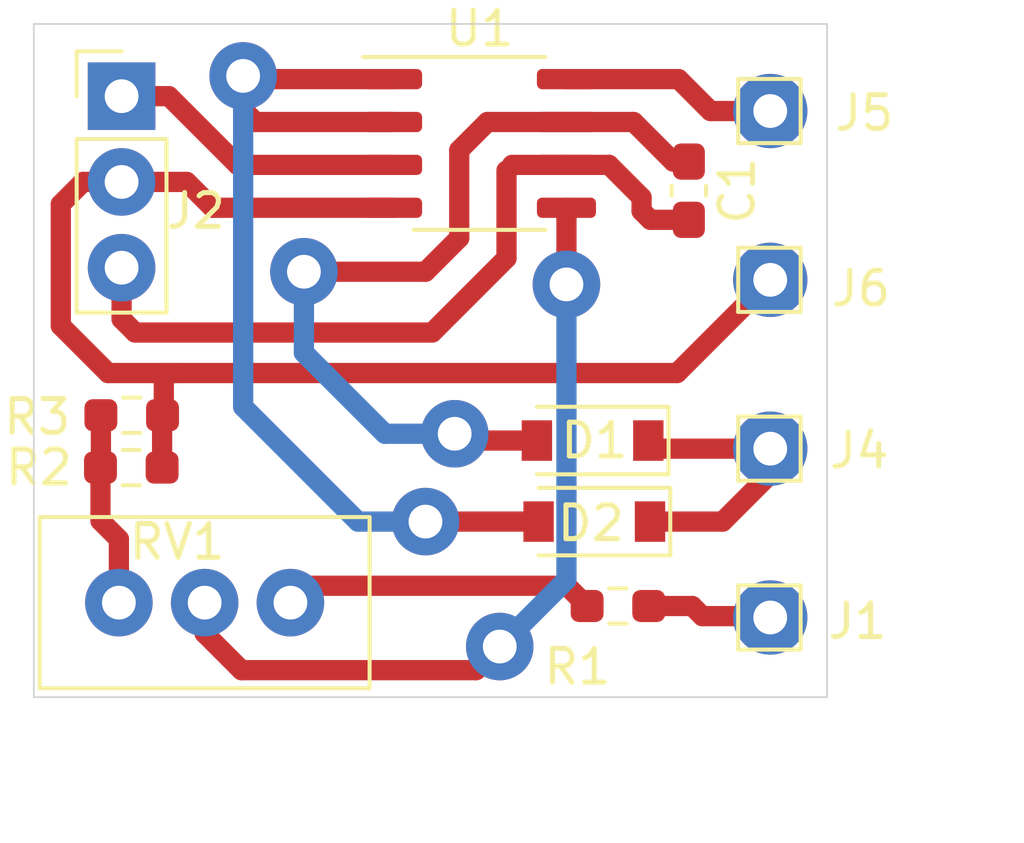
<source format=kicad_pcb>
(kicad_pcb (version 20211014) (generator pcbnew)
  (layers (0 "F.Cu" signal) (31 "B.Cu" signal) (34 "B.Paste" user) (35 "F.Paste" user) (36 "B.SilkS" user "B.Silkscreen") (37 "F.SilkS" user "F.Silkscreen") (38 "B.Mask" user) (39 "F.Mask" user) (44 "Edge.Cuts" user))
  (net 0 "")
  (net 1 "FBout")
  (net 2 "OFFon")
  (net 3 "OUT")
  (net 4 "FBin")
  (net 5 "VCC")
  (net 6 "GND")
  (net 7 "Net-(R1-Pad2)")
  (net 8 "Net-(R2-Pad1)")
  (net 9 "Net-(C1-Pad1)")
  (net 10 "Net-(D2-Pad2)")
  (net 11 "Net-(RV1-Pad2)")
  (footprint "Connector_Pin:Pin_D0.7mm_L6.5mm_W1.8mm_FlatFork" (layer "F.Cu") (at 141.826 84)
    (fp_text reference "J1" (at 2.589 0.11) (layer "F.SilkS"))
    (fp_text value "OUT+")
    (fp_line (start -0.95 0.95) (end 0.9 0.95) (layer "F.SilkS") (width 0.12))
    (fp_line (start 0.9 -0.9) (end 0.9 -0.95) (layer "F.SilkS") (width 0.12))
    (fp_line (start 0.9 0.95) (end 0.9 -0.9) (layer "F.SilkS") (width 0.12))
    (fp_line (start -0.95 -0.95) (end -0.95 0.95) (layer "F.SilkS") (width 0.12))
    (fp_line (start 0.9 -0.95) (end -0.95 -0.95) (layer "F.SilkS") (width 0.12))
    (pad "1" thru_hole circle locked (at 0 0) (size 2.2 2.2) (drill 1) (layers *.Cu *.Mask) (net 3 "OUT"))
  )
  (footprint "Connector_Pin:Pin_D0.7mm_L6.5mm_W1.8mm_FlatFork" (layer "F.Cu") (at 141.826 79)
    (fp_text reference "J4" (at 2.639 0.06) (layer "F.SilkS"))
    (fp_text value "FBout")
    (fp_line (start 0.9 -0.95) (end -0.95 -0.95) (layer "F.SilkS") (width 0.12))
    (fp_line (start -0.95 -0.95) (end -0.95 0.95) (layer "F.SilkS") (width 0.12))
    (fp_line (start -0.95 0.95) (end 0.9 0.95) (layer "F.SilkS") (width 0.12))
    (fp_line (start 0.9 0.95) (end 0.9 -0.9) (layer "F.SilkS") (width 0.12))
    (fp_line (start 0.9 -0.9) (end 0.9 -0.95) (layer "F.SilkS") (width 0.12))
    (pad "1" thru_hole circle locked (at 0 0) (size 2.2 2.2) (drill 1) (layers *.Cu *.Mask) (net 1 "FBout"))
  )
  (footprint "Connector_Pin:Pin_D0.7mm_L6.5mm_W1.8mm_FlatFork" (layer "F.Cu") (at 141.826 69)
    (fp_text reference "J5" (at 2.789 0.06) (layer "F.SilkS"))
    (fp_text value "VCC")
    (fp_line (start 0.9 -0.9) (end 0.9 -0.95) (layer "F.SilkS") (width 0.12))
    (fp_line (start -0.95 -0.95) (end -0.95 0.95) (layer "F.SilkS") (width 0.12))
    (fp_line (start 0.9 -0.95) (end -0.95 -0.95) (layer "F.SilkS") (width 0.12))
    (fp_line (start 0.9 0.95) (end 0.9 -0.9) (layer "F.SilkS") (width 0.12))
    (fp_line (start -0.95 0.95) (end 0.9 0.95) (layer "F.SilkS") (width 0.12))
    (pad "1" thru_hole circle locked (at 0 0) (size 2.2 2.2) (drill 1) (layers *.Cu *.Mask) (net 5 "VCC"))
  )
  (footprint "Connector_Pin:Pin_D0.7mm_L6.5mm_W1.8mm_FlatFork" (layer "F.Cu") (at 141.826 74)
    (fp_text reference "J6" (at 2.689 0.26) (layer "F.SilkS"))
    (fp_text value "GND")
    (fp_line (start -0.95 -0.95) (end -0.95 0.95) (layer "F.SilkS") (width 0.12))
    (fp_line (start -0.95 0.95) (end 0.9 0.95) (layer "F.SilkS") (width 0.12))
    (fp_line (start 0.9 -0.95) (end -0.95 -0.95) (layer "F.SilkS") (width 0.12))
    (fp_line (start 0.9 0.95) (end 0.9 -0.9) (layer "F.SilkS") (width 0.12))
    (fp_line (start 0.9 -0.9) (end 0.9 -0.95) (layer "F.SilkS") (width 0.12))
    (pad "1" thru_hole circle locked (at 0 0) (size 2.2 2.2) (drill 1) (layers *.Cu *.Mask) (net 6 "GND"))
  )
  (footprint "Capacitor_SMD:C_0603_1608Metric_Pad1.08x0.95mm_HandSolder" (layer "F.Cu") (at 139.415 71.36 -90)
    (fp_text reference "C1" (at 0 -1.43 90) (layer "F.SilkS"))
    (fp_text value "150p")
    (fp_line (start -0.146267 0.51) (end 0.146267 0.51) (layer "F.SilkS") (width 0.12))
    (fp_line (start -0.146267 -0.51) (end 0.146267 -0.51) (layer "F.SilkS") (width 0.12))
    (pad "1" smd roundrect locked (at -0.8625 0 270) (size 1.075 0.95) (layers "F.Cu" "F.Paste" "F.Mask") (net 9 "Net-(C1-Pad1)"))
    (pad "2" smd roundrect locked (at 0.8625 0 270) (size 1.075 0.95) (layers "F.Cu" "F.Paste" "F.Mask") (net 4 "FBin"))
  )
  (footprint "Diode_SMD:D_SOD-123" (layer "F.Cu") (at 136.565 78.76 180)
    (fp_text reference "D1" (at -0.05 0) (layer "F.SilkS"))
    (fp_text value "1N4148")
    (fp_line (start -2.25 -1) (end 1.65 -1) (layer "F.SilkS") (width 0.12))
    (fp_line (start -2.25 -1) (end -2.25 1) (layer "F.SilkS") (width 0.12))
    (fp_line (start -2.25 1) (end 1.65 1) (layer "F.SilkS") (width 0.12))
    (pad "1" smd rect locked (at -1.65 0 180) (size 0.9 1.2) (layers "F.Cu" "F.Paste" "F.Mask") (net 1 "FBout"))
    (pad "2" smd rect locked (at 1.65 0 180) (size 0.9 1.2) (layers "F.Cu" "F.Paste" "F.Mask") (net 9 "Net-(C1-Pad1)"))
  )
  (footprint "Diode_SMD:D_SOD-123" (layer "F.Cu") (at 136.615 81.16 180)
    (fp_text reference "D2" (at 0.1 -0.05) (layer "F.SilkS"))
    (fp_text value "1N4148")
    (fp_line (start -2.25 -1) (end 1.65 -1) (layer "F.SilkS") (width 0.12))
    (fp_line (start -2.25 1) (end 1.65 1) (layer "F.SilkS") (width 0.12))
    (fp_line (start -2.25 -1) (end -2.25 1) (layer "F.SilkS") (width 0.12))
    (pad "1" smd rect locked (at -1.65 0 180) (size 0.9 1.2) (layers "F.Cu" "F.Paste" "F.Mask") (net 1 "FBout"))
    (pad "2" smd rect locked (at 1.65 0 180) (size 0.9 1.2) (layers "F.Cu" "F.Paste" "F.Mask") (net 10 "Net-(D2-Pad2)"))
  )
  (footprint "Connector_PinHeader_2.54mm:PinHeader_1x03_P2.54mm_Vertical" (layer "F.Cu") (at 122.615 68.56)
    (fp_text reference "J2" (at 2.2 3.4) (layer "F.SilkS"))
    (fp_text value "Ctrl")
    (fp_line (start -1.33 6.41) (end 1.33 6.41) (layer "F.SilkS") (width 0.12))
    (fp_line (start -1.33 1.27) (end 1.33 1.27) (layer "F.SilkS") (width 0.12))
    (fp_line (start -1.33 -1.33) (end 0 -1.33) (layer "F.SilkS") (width 0.12))
    (fp_line (start -1.33 0) (end -1.33 -1.33) (layer "F.SilkS") (width 0.12))
    (fp_line (start 1.33 1.27) (end 1.33 6.41) (layer "F.SilkS") (width 0.12))
    (fp_line (start -1.33 1.27) (end -1.33 6.41) (layer "F.SilkS") (width 0.12))
    (pad "1" thru_hole rect locked (at 0 0) (size 2 2) (drill 1) (layers *.Cu *.Mask) (net 2 "OFFon"))
    (pad "2" thru_hole oval locked (at 0 2.54) (size 2 2) (drill 1) (layers *.Cu *.Mask) (net 6 "GND"))
    (pad "3" thru_hole oval locked (at 0 5.08) (size 2 2) (drill 1) (layers *.Cu *.Mask) (net 4 "FBin"))
  )
  (footprint "Resistor_SMD:R_0603_1608Metric_Pad0.98x0.95mm_HandSolder" (layer "F.Cu") (at 137.315 83.66 180)
    (fp_text reference "R1" (at 1.2 -1.8) (layer "F.SilkS"))
    (fp_text value "4.7k")
    (fp_line (start -0.254724 -0.5225) (end 0.254724 -0.5225) (layer "F.SilkS") (width 0.12))
    (fp_line (start -0.254724 0.5225) (end 0.254724 0.5225) (layer "F.SilkS") (width 0.12))
    (pad "1" smd roundrect locked (at -0.9125 0 180) (size 0.975 0.95) (layers "F.Cu" "F.Paste" "F.Mask") (net 3 "OUT"))
    (pad "2" smd roundrect locked (at 0.9125 0 180) (size 0.975 0.95) (layers "F.Cu" "F.Paste" "F.Mask") (net 7 "Net-(R1-Pad2)"))
  )
  (footprint "Potentiometer_THT:Potentiometer_Bourns_3386C_Horizontal" (layer "F.Cu") (at 127.615 83.56 -90)
    (fp_text reference "RV1" (at -1.8 3.35 180) (layer "F.SilkS"))
    (fp_text value "10k")
    (fp_line (start 2.535 -2.345) (end 2.535 7.425) (layer "F.SilkS") (width 0.12))
    (fp_line (start -2.535 -2.345) (end -2.535 7.425) (layer "F.SilkS") (width 0.12))
    (fp_line (start -2.535 -2.345) (end 2.535 -2.345) (layer "F.SilkS") (width 0.12))
    (fp_line (start -2.535 7.425) (end 2.535 7.425) (layer "F.SilkS") (width 0.12))
    (pad "1" thru_hole circle locked (at 0 0 270) (size 2 2) (drill 1) (layers *.Cu *.Mask) (net 7 "Net-(R1-Pad2)"))
    (pad "2" thru_hole circle locked (at 0 2.54 270) (size 2 2) (drill 1) (layers *.Cu *.Mask) (net 11 "Net-(RV1-Pad2)"))
    (pad "3" thru_hole circle locked (at 0 5.08 270) (size 2 2) (drill 1) (layers *.Cu *.Mask) (net 8 "Net-(R2-Pad1)"))
  )
  (footprint "Package_SO:SO-8_3.9x4.9mm_P1.27mm" (layer "F.Cu") (at 133.215 69.96)
    (fp_text reference "U1" (at 0 -3.4) (layer "F.SilkS"))
    (fp_text value "LM358")
    (fp_line (start 0 2.56) (end -1.95 2.56) (layer "F.SilkS") (width 0.12))
    (fp_line (start 0 -2.56) (end 1.95 -2.56) (layer "F.SilkS") (width 0.12))
    (fp_line (start 0 -2.56) (end -3.45 -2.56) (layer "F.SilkS") (width 0.12))
    (fp_line (start 0 2.56) (end 1.95 2.56) (layer "F.SilkS") (width 0.12))
    (pad "1" smd roundrect locked (at -2.575 -1.905) (size 1.75 0.6) (layers "F.Cu" "F.Paste" "F.Mask") (net 10 "Net-(D2-Pad2)"))
    (pad "2" smd roundrect locked (at -2.575 -0.635) (size 1.75 0.6) (layers "F.Cu" "F.Paste" "F.Mask") (net 10 "Net-(D2-Pad2)"))
    (pad "3" smd roundrect locked (at -2.575 0.635) (size 1.75 0.6) (layers "F.Cu" "F.Paste" "F.Mask") (net 2 "OFFon"))
    (pad "4" smd roundrect locked (at -2.575 1.905) (size 1.75 0.6) (layers "F.Cu" "F.Paste" "F.Mask") (net 6 "GND"))
    (pad "5" smd roundrect locked (at 2.575 1.905) (size 1.75 0.6) (layers "F.Cu" "F.Paste" "F.Mask") (net 11 "Net-(RV1-Pad2)"))
    (pad "6" smd roundrect locked (at 2.575 0.635) (size 1.75 0.6) (layers "F.Cu" "F.Paste" "F.Mask") (net 4 "FBin"))
    (pad "7" smd roundrect locked (at 2.575 -0.635) (size 1.75 0.6) (layers "F.Cu" "F.Paste" "F.Mask") (net 9 "Net-(C1-Pad1)"))
    (pad "8" smd roundrect locked (at 2.575 -1.905) (size 1.75 0.6) (layers "F.Cu" "F.Paste" "F.Mask") (net 5 "VCC"))
  )
  (footprint "Resistor_SMD:R_0603_1608Metric_Pad0.98x0.95mm_HandSolder" (layer "F.Cu") (at 122.9025 79.56)
    (fp_text reference "R2" (at -2.7375 0) (layer "F.SilkS"))
    (fp_text value "3.3k")
    (fp_line (start -0.254724 -0.5225) (end 0.254724 -0.5225) (layer "F.SilkS") (width 0.12))
    (fp_line (start -0.254724 0.5225) (end 0.254724 0.5225) (layer "F.SilkS") (width 0.12))
    (pad "1" smd roundrect locked (at -0.9125 0) (size 0.975 0.95) (layers "F.Cu" "F.Paste" "F.Mask") (net 8 "Net-(R2-Pad1)"))
    (pad "2" smd roundrect locked (at 0.9125 0) (size 0.975 0.95) (layers "F.Cu" "F.Paste" "F.Mask") (net 6 "GND"))
  )
  (footprint "Resistor_SMD:R_0603_1608Metric_Pad0.98x0.95mm_HandSolder" (layer "F.Cu") (at 122.915 78.01)
    (fp_text reference "R3" (at -2.8 0.05) (layer "F.SilkS"))
    (fp_text value "4.7k")
    (fp_line (start -0.254724 -0.5225) (end 0.254724 -0.5225) (layer "F.SilkS") (width 0.12))
    (fp_line (start -0.254724 0.5225) (end 0.254724 0.5225) (layer "F.SilkS") (width 0.12))
    (pad "1" smd roundrect locked (at -0.9125 0) (size 0.975 0.95) (layers "F.Cu" "F.Paste" "F.Mask") (net 8 "Net-(R2-Pad1)"))
    (pad "2" smd roundrect locked (at 0.9125 0) (size 0.975 0.95) (layers "F.Cu" "F.Paste" "F.Mask") (net 6 "GND"))
  )
  (gr_line (start 120.015 66.421) (end 143.51 66.421) (layer "Edge.Cuts") (width 0.05))
  (gr_line (start 120.015 86.36) (end 120.015 66.421) (layer "Edge.Cuts") (width 0.05))
  (gr_line (start 143.51 66.421) (end 143.51 86.36) (layer "Edge.Cuts") (width 0.05))
  (gr_line (start 143.51 86.36) (end 120.015 86.36) (layer "Edge.Cuts") (width 0.05))
  (segment (start 138.455 79) (end 138.215 78.76) (width 0.4) (layer "F.Cu") (net 1))
  (segment (start 141.826 79.749) (end 141.826 79) (width 0.4) (layer "F.Cu") (net 1))
  (segment (start 140.415 81.16) (end 141.826 79.749) (width 0.6) (layer "F.Cu") (net 1))
  (segment (start 138.415 81.16) (end 140.415 81.16) (width 0.6) (layer "F.Cu") (net 1))
  (segment (start 141.826 79) (end 138.455 79) (width 0.6) (layer "F.Cu") (net 1))
  (segment (start 126.05 70.595) (end 124.015 68.56) (width 0.6) (layer "F.Cu") (net 2))
  (segment (start 124.015 68.56) (end 122.615 68.56) (width 0.6) (layer "F.Cu") (net 2))
  (segment (start 130.64 70.595) (end 126.05 70.595) (width 0.6) (layer "F.Cu") (net 2))
  (segment (start 138.2275 83.66) (end 139.515 83.66) (width 0.6) (layer "F.Cu") (net 3))
  (segment (start 139.815 83.96) (end 141.786 83.96) (width 0.6) (layer "F.Cu") (net 3))
  (segment (start 141.786 83.96) (end 141.826 84) (width 0.4) (layer "F.Cu") (net 3))
  (segment (start 139.515 83.66) (end 139.815 83.96) (width 0.6) (layer "F.Cu") (net 3))
  (segment (start 131.815 75.56) (end 134.015 73.36) (width 0.6) (layer "F.Cu") (net 4))
  (segment (start 122.615 75.16) (end 123.015 75.56) (width 0.6) (layer "F.Cu") (net 4))
  (segment (start 123.015 75.56) (end 131.815 75.56) (width 0.6) (layer "F.Cu") (net 4))
  (segment (start 138.015 71.56) (end 138.015 71.96) (width 0.6) (layer "F.Cu") (net 4))
  (segment (start 138.015 71.96) (end 138.2775 72.2225) (width 0.6) (layer "F.Cu") (net 4))
  (segment (start 134.015 73.36) (end 134.015 70.76) (width 0.6) (layer "F.Cu") (net 4))
  (segment (start 137.05 70.595) (end 138.015 71.56) (width 0.6) (layer "F.Cu") (net 4))
  (segment (start 134.18 70.595) (end 135.79 70.595) (width 0.6) (layer "F.Cu") (net 4))
  (segment (start 135.79 70.595) (end 137.05 70.595) (width 0.6) (layer "F.Cu") (net 4))
  (segment (start 134.015 70.76) (end 134.18 70.595) (width 0.4) (layer "F.Cu") (net 4))
  (segment (start 138.2775 72.2225) (end 139.415 72.2225) (width 0.6) (layer "F.Cu") (net 4))
  (segment (start 122.615 73.64) (end 122.615 75.16) (width 0.6) (layer "F.Cu") (net 4))
  (segment (start 140.055 69) (end 139.11 68.055) (width 0.6) (layer "F.Cu") (net 5))
  (segment (start 139.11 68.055) (end 135.79 68.055) (width 0.6) (layer "F.Cu") (net 5))
  (segment (start 141.826 69) (end 140.055 69) (width 0.6) (layer "F.Cu") (net 5))
  (segment (start 121.475 71.1) (end 122.615 71.1) (width 0.6) (layer "F.Cu") (net 6))
  (segment (start 120.815 75.36) (end 120.815 71.76) (width 0.6) (layer "F.Cu") (net 6))
  (segment (start 123.815 79.56) (end 123.815 79.31) (width 0.6) (layer "F.Cu") (net 6))
  (segment (start 122.615 71.1) (end 124.545 71.1) (width 0.6) (layer "F.Cu") (net 6))
  (segment (start 125.31 71.865) (end 130.64 71.865) (width 0.6) (layer "F.Cu") (net 6))
  (segment (start 141.826 74) (end 139.066 76.76) (width 0.6) (layer "F.Cu") (net 6))
  (segment (start 123.815 78.0225) (end 123.8275 78.01) (width 0.6) (layer "F.Cu") (net 6))
  (segment (start 123.815 79.56) (end 123.815 78.0225) (width 0.6) (layer "F.Cu") (net 6))
  (segment (start 122.215 76.76) (end 120.815 75.36) (width 0.6) (layer "F.Cu") (net 6))
  (segment (start 139.066 76.76) (end 124.215 76.76) (width 0.6) (layer "F.Cu") (net 6))
  (segment (start 123.865 77.9725) (end 123.865 76.76) (width 0.6) (layer "F.Cu") (net 6))
  (segment (start 120.815 71.76) (end 121.475 71.1) (width 0.6) (layer "F.Cu") (net 6))
  (segment (start 123.8275 78.01) (end 123.865 77.9725) (width 0.6) (layer "F.Cu") (net 6))
  (segment (start 124.545 71.1) (end 125.31 71.865) (width 0.6) (layer "F.Cu") (net 6))
  (segment (start 124.215 76.76) (end 122.215 76.76) (width 0.6) (layer "F.Cu") (net 6))
  (segment (start 135.802499 83.059999) (end 136.4025 83.66) (width 0.6) (layer "F.Cu") (net 7))
  (segment (start 128.115001 83.059999) (end 135.802499 83.059999) (width 0.6) (layer "F.Cu") (net 7))
  (segment (start 127.615 83.56) (end 128.115001 83.059999) (width 0.6) (layer "F.Cu") (net 7))
  (segment (start 122.535 83.56) (end 122.535 81.68) (width 0.6) (layer "F.Cu") (net 8))
  (segment (start 121.99 81.135) (end 121.99 79.56) (width 0.6) (layer "F.Cu") (net 8))
  (segment (start 122.0025 79.5475) (end 121.99 79.56) (width 0.4) (layer "F.Cu") (net 8))
  (segment (start 122.0025 78.01) (end 122.0025 79.5475) (width 0.6) (layer "F.Cu") (net 8))
  (segment (start 122.535 81.68) (end 121.99 81.135) (width 0.6) (layer "F.Cu") (net 8))
  (segment (start 133.45 69.325) (end 132.615 70.16) (width 0.6) (layer "F.Cu") (net 9))
  (segment (start 131.615 73.76) (end 128.015 73.76) (width 0.6) (layer "F.Cu") (net 9))
  (segment (start 135.79 69.325) (end 137.78 69.325) (width 0.6) (layer "F.Cu") (net 9))
  (segment (start 135.79 69.325) (end 133.45 69.325) (width 0.6) (layer "F.Cu") (net 9))
  (segment (start 138.9525 70.4975) (end 139.415 70.4975) (width 0.6) (layer "F.Cu") (net 9))
  (segment (start 132.615 70.16) (end 132.615 72.76) (width 0.6) (layer "F.Cu") (net 9))
  (segment (start 132.615 72.76) (end 131.615 73.76) (width 0.6) (layer "F.Cu") (net 9))
  (segment (start 137.78 69.325) (end 138.9525 70.4975) (width 0.6) (layer "F.Cu") (net 9))
  (segment (start 132.681652 78.76) (end 132.480271 78.558619) (width 0.6) (layer "F.Cu") (net 9))
  (segment (start 134.915 78.76) (end 132.681652 78.76) (width 0.6) (layer "F.Cu") (net 9))
  (via (at 132.480271 78.558619) (size 2) (drill 1) (layers "F.Cu" "B.Cu") (net 9))
  (via (at 128.015 73.76) (size 2) (drill 1) (layers "F.Cu" "B.Cu") (net 9))
  (segment (start 130.413619 78.558619) (end 128.015 76.16) (width 0.6) (layer "B.Cu") (net 9))
  (segment (start 128.015 76.16) (end 128.015 73.76) (width 0.6) (layer "B.Cu") (net 9))
  (segment (start 132.480271 78.558619) (end 130.413619 78.558619) (width 0.6) (layer "B.Cu") (net 9))
  (segment (start 130.64 69.325) (end 126.58 69.325) (width 0.6) (layer "F.Cu") (net 10))
  (segment (start 126.31 68.055) (end 126.215 67.96) (width 0.4) (layer "F.Cu") (net 10))
  (segment (start 134.965 81.16) (end 131.615 81.16) (width 0.6) (layer "F.Cu") (net 10))
  (segment (start 126.58 69.325) (end 126.215 68.96) (width 0.6) (layer "F.Cu") (net 10))
  (segment (start 126.215 68.96) (end 126.215 67.96) (width 0.6) (layer "F.Cu") (net 10))
  (segment (start 130.64 68.055) (end 126.31 68.055) (width 0.6) (layer "F.Cu") (net 10))
  (via (at 131.615 81.16) (size 2) (drill 1) (layers "F.Cu" "B.Cu") (net 10))
  (via (at 126.215 67.96) (size 2) (drill 1) (layers "F.Cu" "B.Cu") (net 10))
  (segment (start 129.615 81.16) (end 131.615 81.16) (width 0.6) (layer "B.Cu") (net 10))
  (segment (start 126.215 77.76) (end 129.615 81.16) (width 0.6) (layer "B.Cu") (net 10))
  (segment (start 126.215 67.96) (end 126.215 77.76) (width 0.6) (layer "B.Cu") (net 10))
  (segment (start 125.075 83.56) (end 125.075 84.47) (width 0.6) (layer "F.Cu") (net 11))
  (segment (start 135.79 71.865) (end 135.79 74.135) (width 0.6) (layer "F.Cu") (net 11))
  (segment (start 135.79 74.135) (end 135.79 74.135004) (width 0.4) (layer "F.Cu") (net 11))
  (segment (start 126.165 85.56) (end 133.115 85.56) (width 0.6) (layer "F.Cu") (net 11))
  (segment (start 125.075 84.47) (end 126.165 85.56) (width 0.6) (layer "F.Cu") (net 11))
  (segment (start 133.115 85.56) (end 133.815 84.86) (width 0.6) (layer "F.Cu") (net 11))
  (segment (start 135.815 74.16) (end 135.79 74.135) (width 0.4) (layer "F.Cu") (net 11))
  (via (at 133.815 84.86) (size 2) (drill 1) (layers "F.Cu" "B.Cu") (net 11))
  (via (at 135.79 74.135004) (size 2) (drill 1) (layers "F.Cu" "B.Cu") (net 11))
  (segment (start 135.79 82.885) (end 133.815 84.86) (width 0.6) (layer "B.Cu") (net 11))
  (segment (start 135.79 74.135004) (end 135.79 82.885) (width 0.6) (layer "B.Cu") (net 11))
)
</source>
